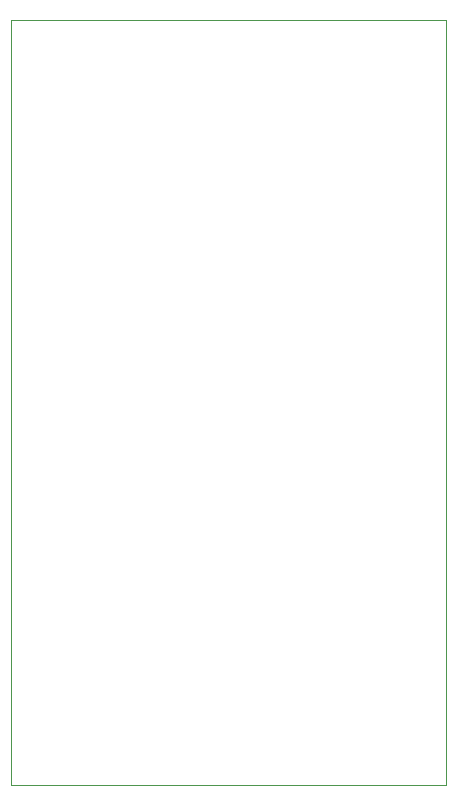
<source format=gbr>
G04 #@! TF.GenerationSoftware,KiCad,Pcbnew,(5.1.5)-3*
G04 #@! TF.CreationDate,2020-03-01T15:46:39+00:00*
G04 #@! TF.ProjectId,SCSIConnector,53435349-436f-46e6-9e65-63746f722e6b,rev?*
G04 #@! TF.SameCoordinates,Original*
G04 #@! TF.FileFunction,Profile,NP*
%FSLAX46Y46*%
G04 Gerber Fmt 4.6, Leading zero omitted, Abs format (unit mm)*
G04 Created by KiCad (PCBNEW (5.1.5)-3) date 2020-03-01 15:46:39*
%MOMM*%
%LPD*%
G04 APERTURE LIST*
%ADD10C,0.050000*%
G04 APERTURE END LIST*
D10*
X116205000Y-93345000D02*
X116205000Y-28575000D01*
X153035000Y-93345000D02*
X116205000Y-93345000D01*
X153035000Y-28575000D02*
X153035000Y-93345000D01*
X116205000Y-28575000D02*
X153035000Y-28575000D01*
M02*

</source>
